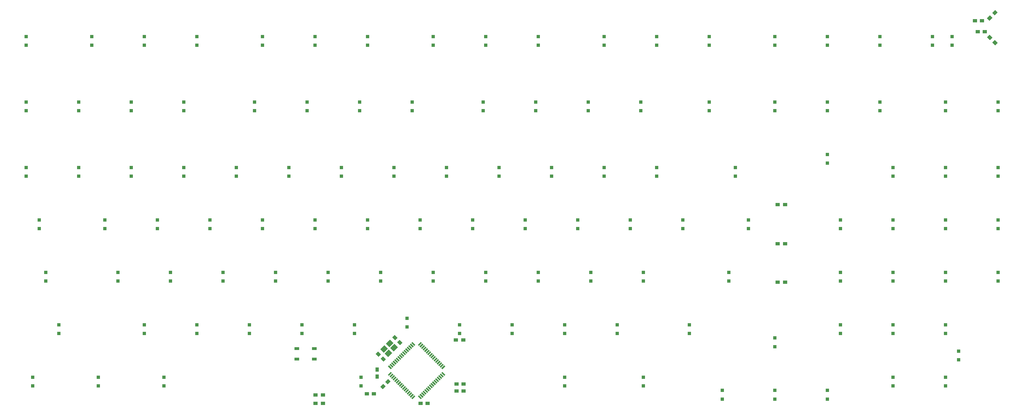
<source format=gbp>
G04 #@! TF.GenerationSoftware,KiCad,Pcbnew,(5.0.1)-4*
G04 #@! TF.CreationDate,2018-12-08T05:26:55-08:00*
G04 #@! TF.ProjectId,cbc1,636263312E6B696361645F7063620000,rev?*
G04 #@! TF.SameCoordinates,Original*
G04 #@! TF.FileFunction,Paste,Bot*
G04 #@! TF.FilePolarity,Positive*
%FSLAX46Y46*%
G04 Gerber Fmt 4.6, Leading zero omitted, Abs format (unit mm)*
G04 Created by KiCad (PCBNEW (5.0.1)-4) date 12/8/2018 5:26:55 AM*
%MOMM*%
%LPD*%
G01*
G04 APERTURE LIST*
%ADD10C,1.250000*%
%ADD11C,0.100000*%
%ADD12R,1.200000X1.200000*%
%ADD13R,1.500000X1.250000*%
%ADD14R,1.250000X1.500000*%
%ADD15C,1.300000*%
%ADD16R,1.500000X1.300000*%
%ADD17R,1.700000X1.000000*%
%ADD18C,0.550000*%
%ADD19C,1.800000*%
G04 APERTURE END LIST*
D10*
G04 #@! TO.C,C_UVCC1*
X167883883Y-158116117D03*
D11*
G36*
X167972271Y-157143845D02*
X168856155Y-158027729D01*
X167795495Y-159088389D01*
X166911611Y-158204505D01*
X167972271Y-157143845D01*
X167972271Y-157143845D01*
G37*
D10*
X166116117Y-159883883D03*
D11*
G36*
X166204505Y-158911611D02*
X167088389Y-159795495D01*
X166027729Y-160856155D01*
X165143845Y-159972271D01*
X166204505Y-158911611D01*
X166204505Y-158911611D01*
G37*
G04 #@! TD*
D12*
G04 #@! TO.C,D0:0*
X36668750Y-32712500D03*
X36668750Y-35862500D03*
G04 #@! TD*
G04 #@! TO.C,D0:1*
X60481250Y-32712500D03*
X60481250Y-35862500D03*
G04 #@! TD*
G04 #@! TO.C,D0:2*
X79531250Y-35862500D03*
X79531250Y-32712500D03*
G04 #@! TD*
G04 #@! TO.C,D0:3*
X98581250Y-32712500D03*
X98581250Y-35862500D03*
G04 #@! TD*
G04 #@! TO.C,D0:4*
X122393750Y-35862500D03*
X122393750Y-32712500D03*
G04 #@! TD*
G04 #@! TO.C,D0:5*
X141443750Y-32712500D03*
X141443750Y-35862500D03*
G04 #@! TD*
G04 #@! TO.C,D0:6*
X160493750Y-35862500D03*
X160493750Y-32712500D03*
G04 #@! TD*
G04 #@! TO.C,D0:7*
X184306250Y-32712500D03*
X184306250Y-35862500D03*
G04 #@! TD*
G04 #@! TO.C,D0:8*
X203356250Y-35862500D03*
X203356250Y-32712500D03*
G04 #@! TD*
G04 #@! TO.C,D0:9*
X222406250Y-32712500D03*
X222406250Y-35862500D03*
G04 #@! TD*
G04 #@! TO.C,D0:10*
X246218750Y-35862500D03*
X246218750Y-32712500D03*
G04 #@! TD*
G04 #@! TO.C,D0:11*
X265268750Y-32712500D03*
X265268750Y-35862500D03*
G04 #@! TD*
G04 #@! TO.C,D0:12*
X284318750Y-35862500D03*
X284318750Y-32712500D03*
G04 #@! TD*
G04 #@! TO.C,D0:13*
X308131250Y-32712500D03*
X308131250Y-35862500D03*
G04 #@! TD*
G04 #@! TO.C,D0:14*
X327181250Y-35862500D03*
X327181250Y-32712500D03*
G04 #@! TD*
G04 #@! TO.C,D0:15*
X346231250Y-35862500D03*
X346231250Y-32712500D03*
G04 #@! TD*
G04 #@! TO.C,D0:16*
X365281250Y-32712500D03*
X365281250Y-35862500D03*
G04 #@! TD*
G04 #@! TO.C,D0:17*
X372425000Y-32712500D03*
X372425000Y-35862500D03*
G04 #@! TD*
G04 #@! TO.C,D1:0*
X36668750Y-56525000D03*
X36668750Y-59675000D03*
G04 #@! TD*
G04 #@! TO.C,D1:1*
X55718750Y-59675000D03*
X55718750Y-56525000D03*
G04 #@! TD*
G04 #@! TO.C,D1:2*
X74768750Y-56525000D03*
X74768750Y-59675000D03*
G04 #@! TD*
G04 #@! TO.C,D1:3*
X93818750Y-59675000D03*
X93818750Y-56525000D03*
G04 #@! TD*
G04 #@! TO.C,D1:4*
X119536250Y-56525000D03*
X119536250Y-59675000D03*
G04 #@! TD*
G04 #@! TO.C,D1:5*
X138586250Y-59675000D03*
X138586250Y-56525000D03*
G04 #@! TD*
G04 #@! TO.C,D1:6*
X157636250Y-56525000D03*
X157636250Y-59675000D03*
G04 #@! TD*
G04 #@! TO.C,D1:7*
X176686250Y-59675000D03*
X176686250Y-56525000D03*
G04 #@! TD*
G04 #@! TO.C,D1:8*
X202403750Y-56525000D03*
X202403750Y-59675000D03*
G04 #@! TD*
G04 #@! TO.C,D1:9*
X221453750Y-59675000D03*
X221453750Y-56525000D03*
G04 #@! TD*
G04 #@! TO.C,D1:10*
X240503750Y-56525000D03*
X240503750Y-59675000D03*
G04 #@! TD*
G04 #@! TO.C,D1:11*
X259553750Y-59675000D03*
X259553750Y-56525000D03*
G04 #@! TD*
G04 #@! TO.C,D1:12*
X284318750Y-56525000D03*
X284318750Y-59675000D03*
G04 #@! TD*
G04 #@! TO.C,D1:13*
X308131250Y-59675000D03*
X308131250Y-56525000D03*
G04 #@! TD*
G04 #@! TO.C,D1:14*
X327181250Y-56525000D03*
X327181250Y-59675000D03*
G04 #@! TD*
G04 #@! TO.C,D1:15*
X346231250Y-59675000D03*
X346231250Y-56525000D03*
G04 #@! TD*
G04 #@! TO.C,D1:16*
X370043750Y-56525000D03*
X370043750Y-59675000D03*
G04 #@! TD*
G04 #@! TO.C,D1:17*
X389093750Y-59675000D03*
X389093750Y-56525000D03*
G04 #@! TD*
G04 #@! TO.C,D2:0*
X36668750Y-83487500D03*
X36668750Y-80337500D03*
G04 #@! TD*
G04 #@! TO.C,D2:1*
X55718750Y-83487500D03*
X55718750Y-80337500D03*
G04 #@! TD*
G04 #@! TO.C,D2:2*
X74768750Y-80337500D03*
X74768750Y-83487500D03*
G04 #@! TD*
G04 #@! TO.C,D2:3*
X93818750Y-83487500D03*
X93818750Y-80337500D03*
G04 #@! TD*
G04 #@! TO.C,D2:4*
X112868750Y-80337500D03*
X112868750Y-83487500D03*
G04 #@! TD*
G04 #@! TO.C,D2:5*
X131918750Y-83487500D03*
X131918750Y-80337500D03*
G04 #@! TD*
G04 #@! TO.C,D2:6*
X150968750Y-80337500D03*
X150968750Y-83487500D03*
G04 #@! TD*
G04 #@! TO.C,D2:7*
X170018750Y-83487500D03*
X170018750Y-80337500D03*
G04 #@! TD*
G04 #@! TO.C,D2:8*
X189068750Y-80337500D03*
X189068750Y-83487500D03*
G04 #@! TD*
G04 #@! TO.C,D2:9*
X208118750Y-83487500D03*
X208118750Y-80337500D03*
G04 #@! TD*
G04 #@! TO.C,D2:10*
X227168750Y-80337500D03*
X227168750Y-83487500D03*
G04 #@! TD*
G04 #@! TO.C,D2:11*
X246218750Y-83487500D03*
X246218750Y-80337500D03*
G04 #@! TD*
G04 #@! TO.C,D2:12*
X265268750Y-80337500D03*
X265268750Y-83487500D03*
G04 #@! TD*
G04 #@! TO.C,D2:13*
X293843750Y-83487500D03*
X293843750Y-80337500D03*
G04 #@! TD*
G04 #@! TO.C,D2:14*
X327181250Y-75575000D03*
X327181250Y-78725000D03*
G04 #@! TD*
G04 #@! TO.C,D2:15*
X350993750Y-83487500D03*
X350993750Y-80337500D03*
G04 #@! TD*
G04 #@! TO.C,D2:16*
X370043750Y-80337500D03*
X370043750Y-83487500D03*
G04 #@! TD*
G04 #@! TO.C,D2:17*
X389093750Y-83487500D03*
X389093750Y-80337500D03*
G04 #@! TD*
G04 #@! TO.C,D3:0*
X41431250Y-99387500D03*
X41431250Y-102537500D03*
G04 #@! TD*
G04 #@! TO.C,D3:1*
X65243750Y-99387500D03*
X65243750Y-102537500D03*
G04 #@! TD*
G04 #@! TO.C,D3:2*
X84293750Y-99387500D03*
X84293750Y-102537500D03*
G04 #@! TD*
G04 #@! TO.C,D3:3*
X103343750Y-102537500D03*
X103343750Y-99387500D03*
G04 #@! TD*
G04 #@! TO.C,D3:4*
X122393750Y-99387500D03*
X122393750Y-102537500D03*
G04 #@! TD*
G04 #@! TO.C,D3:5*
X141443750Y-102537500D03*
X141443750Y-99387500D03*
G04 #@! TD*
G04 #@! TO.C,D3:6*
X160493750Y-99387500D03*
X160493750Y-102537500D03*
G04 #@! TD*
G04 #@! TO.C,D3:7*
X179543750Y-102537500D03*
X179543750Y-99387500D03*
G04 #@! TD*
G04 #@! TO.C,D3:8*
X198593750Y-99387500D03*
X198593750Y-102537500D03*
G04 #@! TD*
G04 #@! TO.C,D3:9*
X217643750Y-102537500D03*
X217643750Y-99387500D03*
G04 #@! TD*
G04 #@! TO.C,D3:10*
X236693750Y-99387500D03*
X236693750Y-102537500D03*
G04 #@! TD*
G04 #@! TO.C,D3:11*
X255743750Y-102537500D03*
X255743750Y-99387500D03*
G04 #@! TD*
G04 #@! TO.C,D3:12*
X274793750Y-99387500D03*
X274793750Y-102537500D03*
G04 #@! TD*
G04 #@! TO.C,D3:13*
X298606484Y-102537568D03*
X298606484Y-99387568D03*
G04 #@! TD*
G04 #@! TO.C,D3:14*
X331943750Y-99387500D03*
X331943750Y-102537500D03*
G04 #@! TD*
G04 #@! TO.C,D3:15*
X350993750Y-102537500D03*
X350993750Y-99387500D03*
G04 #@! TD*
G04 #@! TO.C,D3:16*
X370043750Y-99387500D03*
X370043750Y-102537500D03*
G04 #@! TD*
G04 #@! TO.C,D3:17*
X389093750Y-102537500D03*
X389093750Y-99387500D03*
G04 #@! TD*
G04 #@! TO.C,D4:0*
X43812500Y-118437500D03*
X43812500Y-121587500D03*
G04 #@! TD*
G04 #@! TO.C,D4:1*
X70006250Y-118437500D03*
X70006250Y-121587500D03*
G04 #@! TD*
G04 #@! TO.C,D4:2*
X89056250Y-121587500D03*
X89056250Y-118437500D03*
G04 #@! TD*
G04 #@! TO.C,D4:3*
X108106250Y-118437500D03*
X108106250Y-121587500D03*
G04 #@! TD*
G04 #@! TO.C,D4:4*
X127156250Y-118437500D03*
X127156250Y-121587500D03*
G04 #@! TD*
G04 #@! TO.C,D4:5*
X146206250Y-118437500D03*
X146206250Y-121587500D03*
G04 #@! TD*
G04 #@! TO.C,D4:6*
X165256250Y-121587500D03*
X165256250Y-118437500D03*
G04 #@! TD*
G04 #@! TO.C,D4:7*
X184306250Y-118437500D03*
X184306250Y-121587500D03*
G04 #@! TD*
G04 #@! TO.C,D4:8*
X203356250Y-118437500D03*
X203356250Y-121587500D03*
G04 #@! TD*
G04 #@! TO.C,D4:9*
X222406250Y-121587500D03*
X222406250Y-118437500D03*
G04 #@! TD*
G04 #@! TO.C,D4:10*
X241456250Y-118437500D03*
X241456250Y-121587500D03*
G04 #@! TD*
G04 #@! TO.C,D4:11*
X260506250Y-118437500D03*
X260506250Y-121587500D03*
G04 #@! TD*
G04 #@! TO.C,D4:12*
X291462500Y-118437500D03*
X291462500Y-121587500D03*
G04 #@! TD*
G04 #@! TO.C,D4:14*
X331943750Y-118437500D03*
X331943750Y-121587500D03*
G04 #@! TD*
G04 #@! TO.C,D4:15*
X350993750Y-118437500D03*
X350993750Y-121587500D03*
G04 #@! TD*
G04 #@! TO.C,D4:16*
X370043750Y-118437500D03*
X370043750Y-121587500D03*
G04 #@! TD*
G04 #@! TO.C,D4:17*
X389093750Y-118437500D03*
X389093750Y-121587500D03*
G04 #@! TD*
G04 #@! TO.C,D5:0*
X48575000Y-137487500D03*
X48575000Y-140637500D03*
G04 #@! TD*
G04 #@! TO.C,D5:1*
X79531250Y-140637500D03*
X79531250Y-137487500D03*
G04 #@! TD*
G04 #@! TO.C,D5:2*
X98581250Y-140637500D03*
X98581250Y-137487500D03*
G04 #@! TD*
G04 #@! TO.C,D5:3*
X117631250Y-140637500D03*
X117631250Y-137487500D03*
G04 #@! TD*
G04 #@! TO.C,D5:4*
X136681250Y-140637500D03*
X136681250Y-137487500D03*
G04 #@! TD*
G04 #@! TO.C,D5:5*
X155731250Y-140637500D03*
X155731250Y-137487500D03*
G04 #@! TD*
G04 #@! TO.C,D5:6*
X174781250Y-138256250D03*
X174781250Y-135106250D03*
G04 #@! TD*
G04 #@! TO.C,D5:7*
X193831250Y-140637500D03*
X193831250Y-137487500D03*
G04 #@! TD*
G04 #@! TO.C,D5:8*
X212881250Y-137487500D03*
X212881250Y-140637500D03*
G04 #@! TD*
G04 #@! TO.C,D5:9*
X231931250Y-137487500D03*
X231931250Y-140637500D03*
G04 #@! TD*
G04 #@! TO.C,D5:10*
X250981250Y-137487500D03*
X250981250Y-140637500D03*
G04 #@! TD*
G04 #@! TO.C,D5:11*
X277175000Y-137487500D03*
X277175000Y-140637500D03*
G04 #@! TD*
G04 #@! TO.C,D5:13*
X308131250Y-142250000D03*
X308131250Y-145400000D03*
G04 #@! TD*
G04 #@! TO.C,D5:14*
X331943750Y-140637500D03*
X331943750Y-137487500D03*
G04 #@! TD*
G04 #@! TO.C,D5:15*
X350993750Y-140637500D03*
X350993750Y-137487500D03*
G04 #@! TD*
G04 #@! TO.C,D5:16*
X370043750Y-140637500D03*
X370043750Y-137487500D03*
G04 #@! TD*
G04 #@! TO.C,D5:17*
X374806250Y-150162500D03*
X374806250Y-147012500D03*
G04 #@! TD*
G04 #@! TO.C,D6:0*
X39050000Y-159687500D03*
X39050000Y-156537500D03*
G04 #@! TD*
G04 #@! TO.C,D6:1*
X62862500Y-159687500D03*
X62862500Y-156537500D03*
G04 #@! TD*
G04 #@! TO.C,D6:2*
X86675000Y-159687500D03*
X86675000Y-156537500D03*
G04 #@! TD*
G04 #@! TO.C,D6:5*
X158112500Y-159687500D03*
X158112500Y-156537500D03*
G04 #@! TD*
G04 #@! TO.C,D6:9*
X231931250Y-159687500D03*
X231931250Y-156537500D03*
G04 #@! TD*
G04 #@! TO.C,D6:10*
X260506250Y-159687500D03*
X260506250Y-156537500D03*
G04 #@! TD*
G04 #@! TO.C,D6:12*
X289081250Y-164450000D03*
X289081250Y-161300000D03*
G04 #@! TD*
G04 #@! TO.C,D6:13*
X308131250Y-164450000D03*
X308131250Y-161300000D03*
G04 #@! TD*
G04 #@! TO.C,D6:14*
X327181250Y-161300000D03*
X327181250Y-164450000D03*
G04 #@! TD*
G04 #@! TO.C,D6:15*
X350993750Y-159687500D03*
X350993750Y-156537500D03*
G04 #@! TD*
G04 #@! TO.C,D6:16*
X370043750Y-156537500D03*
X370043750Y-159687500D03*
G04 #@! TD*
D13*
G04 #@! TO.C,C_AVCC1*
X182250000Y-166000000D03*
X179750000Y-166000000D03*
G04 #@! TD*
G04 #@! TO.C,C_ENC1*
X381750000Y-31000000D03*
X384250000Y-31000000D03*
G04 #@! TD*
G04 #@! TO.C,C_ENC2*
X380750000Y-27000000D03*
X383250000Y-27000000D03*
G04 #@! TD*
G04 #@! TO.C,C_REF1*
X192750000Y-161500000D03*
X195250000Y-161500000D03*
G04 #@! TD*
G04 #@! TO.C,C_UCAP1*
X160250000Y-162500000D03*
X162750000Y-162500000D03*
G04 #@! TD*
D14*
G04 #@! TO.C,C_VCC1*
X164000000Y-153750000D03*
X164000000Y-156250000D03*
G04 #@! TD*
D13*
G04 #@! TO.C,C_VCC2*
X195250000Y-159000000D03*
X192750000Y-159000000D03*
G04 #@! TD*
D10*
G04 #@! TO.C,C_XTAL1*
X172183146Y-143879519D03*
D11*
G36*
X173155418Y-143967907D02*
X172271534Y-144851791D01*
X171210874Y-143791131D01*
X172094758Y-142907247D01*
X173155418Y-143967907D01*
X173155418Y-143967907D01*
G37*
D10*
X170415380Y-142111753D03*
D11*
G36*
X171387652Y-142200141D02*
X170503768Y-143084025D01*
X169443108Y-142023365D01*
X170326992Y-141139481D01*
X171387652Y-142200141D01*
X171387652Y-142200141D01*
G37*
G04 #@! TD*
D10*
G04 #@! TO.C,C_XTAL2*
X166183146Y-149879519D03*
D11*
G36*
X165210874Y-149791131D02*
X166094758Y-148907247D01*
X167155418Y-149967907D01*
X166271534Y-150851791D01*
X165210874Y-149791131D01*
X165210874Y-149791131D01*
G37*
D10*
X164415380Y-148111753D03*
D11*
G36*
X163443108Y-148023365D02*
X164326992Y-147139481D01*
X165387652Y-148200141D01*
X164503768Y-149084025D01*
X163443108Y-148023365D01*
X163443108Y-148023365D01*
G37*
G04 #@! TD*
D15*
G04 #@! TO.C,R_ENC1*
X387954594Y-34954594D03*
D11*
G36*
X386964645Y-34883883D02*
X387883883Y-33964645D01*
X388944543Y-35025305D01*
X388025305Y-35944543D01*
X386964645Y-34883883D01*
X386964645Y-34883883D01*
G37*
D15*
X386045406Y-33045406D03*
D11*
G36*
X385055457Y-32974695D02*
X385974695Y-32055457D01*
X387035355Y-33116117D01*
X386116117Y-34035355D01*
X385055457Y-32974695D01*
X385055457Y-32974695D01*
G37*
G04 #@! TD*
D15*
G04 #@! TO.C,R_ENC2*
X386045406Y-25954594D03*
D11*
G36*
X385974695Y-26944543D02*
X385055457Y-26025305D01*
X386116117Y-24964645D01*
X387035355Y-25883883D01*
X385974695Y-26944543D01*
X385974695Y-26944543D01*
G37*
D15*
X387954594Y-24045406D03*
D11*
G36*
X387883883Y-25035355D02*
X386964645Y-24116117D01*
X388025305Y-23055457D01*
X388944543Y-23974695D01*
X387883883Y-25035355D01*
X387883883Y-25035355D01*
G37*
G04 #@! TD*
D16*
G04 #@! TO.C,R_HWB1*
X195200000Y-143000000D03*
X192500000Y-143000000D03*
G04 #@! TD*
G04 #@! TO.C,R_LED1*
X311862500Y-93818750D03*
X309162500Y-93818750D03*
G04 #@! TD*
G04 #@! TO.C,R_LED2*
X309162500Y-108000000D03*
X311862500Y-108000000D03*
G04 #@! TD*
G04 #@! TO.C,R_LED3*
X311862500Y-122000000D03*
X309162500Y-122000000D03*
G04 #@! TD*
G04 #@! TO.C,R_USB1*
X144350000Y-163000000D03*
X141650000Y-163000000D03*
G04 #@! TD*
G04 #@! TO.C,R_USB2*
X141650000Y-166000000D03*
X144350000Y-166000000D03*
G04 #@! TD*
D17*
G04 #@! TO.C,SW_RST1*
X134850000Y-149900000D03*
X141150000Y-149900000D03*
X134850000Y-146100000D03*
X141150000Y-146100000D03*
G04 #@! TD*
D18*
G04 #@! TO.C,U1*
X179480387Y-163775733D03*
D11*
G36*
X178755603Y-163439857D02*
X179144511Y-163050949D01*
X180205171Y-164111609D01*
X179816263Y-164500517D01*
X178755603Y-163439857D01*
X178755603Y-163439857D01*
G37*
D18*
X180046072Y-163210047D03*
D11*
G36*
X179321288Y-162874171D02*
X179710196Y-162485263D01*
X180770856Y-163545923D01*
X180381948Y-163934831D01*
X179321288Y-162874171D01*
X179321288Y-162874171D01*
G37*
D18*
X180611757Y-162644362D03*
D11*
G36*
X179886973Y-162308486D02*
X180275881Y-161919578D01*
X181336541Y-162980238D01*
X180947633Y-163369146D01*
X179886973Y-162308486D01*
X179886973Y-162308486D01*
G37*
D18*
X181177443Y-162078677D03*
D11*
G36*
X180452659Y-161742801D02*
X180841567Y-161353893D01*
X181902227Y-162414553D01*
X181513319Y-162803461D01*
X180452659Y-161742801D01*
X180452659Y-161742801D01*
G37*
D18*
X181743128Y-161512991D03*
D11*
G36*
X181018344Y-161177115D02*
X181407252Y-160788207D01*
X182467912Y-161848867D01*
X182079004Y-162237775D01*
X181018344Y-161177115D01*
X181018344Y-161177115D01*
G37*
D18*
X182308814Y-160947306D03*
D11*
G36*
X181584030Y-160611430D02*
X181972938Y-160222522D01*
X183033598Y-161283182D01*
X182644690Y-161672090D01*
X181584030Y-160611430D01*
X181584030Y-160611430D01*
G37*
D18*
X182874499Y-160381620D03*
D11*
G36*
X182149715Y-160045744D02*
X182538623Y-159656836D01*
X183599283Y-160717496D01*
X183210375Y-161106404D01*
X182149715Y-160045744D01*
X182149715Y-160045744D01*
G37*
D18*
X183440185Y-159815935D03*
D11*
G36*
X182715401Y-159480059D02*
X183104309Y-159091151D01*
X184164969Y-160151811D01*
X183776061Y-160540719D01*
X182715401Y-159480059D01*
X182715401Y-159480059D01*
G37*
D18*
X184005870Y-159250250D03*
D11*
G36*
X183281086Y-158914374D02*
X183669994Y-158525466D01*
X184730654Y-159586126D01*
X184341746Y-159975034D01*
X183281086Y-158914374D01*
X183281086Y-158914374D01*
G37*
D18*
X184571555Y-158684564D03*
D11*
G36*
X183846771Y-158348688D02*
X184235679Y-157959780D01*
X185296339Y-159020440D01*
X184907431Y-159409348D01*
X183846771Y-158348688D01*
X183846771Y-158348688D01*
G37*
D18*
X185137241Y-158118879D03*
D11*
G36*
X184412457Y-157783003D02*
X184801365Y-157394095D01*
X185862025Y-158454755D01*
X185473117Y-158843663D01*
X184412457Y-157783003D01*
X184412457Y-157783003D01*
G37*
D18*
X185702926Y-157553193D03*
D11*
G36*
X184978142Y-157217317D02*
X185367050Y-156828409D01*
X186427710Y-157889069D01*
X186038802Y-158277977D01*
X184978142Y-157217317D01*
X184978142Y-157217317D01*
G37*
D18*
X186268612Y-156987508D03*
D11*
G36*
X185543828Y-156651632D02*
X185932736Y-156262724D01*
X186993396Y-157323384D01*
X186604488Y-157712292D01*
X185543828Y-156651632D01*
X185543828Y-156651632D01*
G37*
D18*
X186834297Y-156421822D03*
D11*
G36*
X186109513Y-156085946D02*
X186498421Y-155697038D01*
X187559081Y-156757698D01*
X187170173Y-157146606D01*
X186109513Y-156085946D01*
X186109513Y-156085946D01*
G37*
D18*
X187399982Y-155856137D03*
D11*
G36*
X186675198Y-155520261D02*
X187064106Y-155131353D01*
X188124766Y-156192013D01*
X187735858Y-156580921D01*
X186675198Y-155520261D01*
X186675198Y-155520261D01*
G37*
D18*
X187965668Y-155290452D03*
D11*
G36*
X187240884Y-154954576D02*
X187629792Y-154565668D01*
X188690452Y-155626328D01*
X188301544Y-156015236D01*
X187240884Y-154954576D01*
X187240884Y-154954576D01*
G37*
D18*
X187965668Y-152886288D03*
D11*
G36*
X187629792Y-153611072D02*
X187240884Y-153222164D01*
X188301544Y-152161504D01*
X188690452Y-152550412D01*
X187629792Y-153611072D01*
X187629792Y-153611072D01*
G37*
D18*
X187399982Y-152320603D03*
D11*
G36*
X187064106Y-153045387D02*
X186675198Y-152656479D01*
X187735858Y-151595819D01*
X188124766Y-151984727D01*
X187064106Y-153045387D01*
X187064106Y-153045387D01*
G37*
D18*
X186834297Y-151754918D03*
D11*
G36*
X186498421Y-152479702D02*
X186109513Y-152090794D01*
X187170173Y-151030134D01*
X187559081Y-151419042D01*
X186498421Y-152479702D01*
X186498421Y-152479702D01*
G37*
D18*
X186268612Y-151189232D03*
D11*
G36*
X185932736Y-151914016D02*
X185543828Y-151525108D01*
X186604488Y-150464448D01*
X186993396Y-150853356D01*
X185932736Y-151914016D01*
X185932736Y-151914016D01*
G37*
D18*
X185702926Y-150623547D03*
D11*
G36*
X185367050Y-151348331D02*
X184978142Y-150959423D01*
X186038802Y-149898763D01*
X186427710Y-150287671D01*
X185367050Y-151348331D01*
X185367050Y-151348331D01*
G37*
D18*
X185137241Y-150057861D03*
D11*
G36*
X184801365Y-150782645D02*
X184412457Y-150393737D01*
X185473117Y-149333077D01*
X185862025Y-149721985D01*
X184801365Y-150782645D01*
X184801365Y-150782645D01*
G37*
D18*
X184571555Y-149492176D03*
D11*
G36*
X184235679Y-150216960D02*
X183846771Y-149828052D01*
X184907431Y-148767392D01*
X185296339Y-149156300D01*
X184235679Y-150216960D01*
X184235679Y-150216960D01*
G37*
D18*
X184005870Y-148926490D03*
D11*
G36*
X183669994Y-149651274D02*
X183281086Y-149262366D01*
X184341746Y-148201706D01*
X184730654Y-148590614D01*
X183669994Y-149651274D01*
X183669994Y-149651274D01*
G37*
D18*
X183440185Y-148360805D03*
D11*
G36*
X183104309Y-149085589D02*
X182715401Y-148696681D01*
X183776061Y-147636021D01*
X184164969Y-148024929D01*
X183104309Y-149085589D01*
X183104309Y-149085589D01*
G37*
D18*
X182874499Y-147795120D03*
D11*
G36*
X182538623Y-148519904D02*
X182149715Y-148130996D01*
X183210375Y-147070336D01*
X183599283Y-147459244D01*
X182538623Y-148519904D01*
X182538623Y-148519904D01*
G37*
D18*
X182308814Y-147229434D03*
D11*
G36*
X181972938Y-147954218D02*
X181584030Y-147565310D01*
X182644690Y-146504650D01*
X183033598Y-146893558D01*
X181972938Y-147954218D01*
X181972938Y-147954218D01*
G37*
D18*
X181743128Y-146663749D03*
D11*
G36*
X181407252Y-147388533D02*
X181018344Y-146999625D01*
X182079004Y-145938965D01*
X182467912Y-146327873D01*
X181407252Y-147388533D01*
X181407252Y-147388533D01*
G37*
D18*
X181177443Y-146098063D03*
D11*
G36*
X180841567Y-146822847D02*
X180452659Y-146433939D01*
X181513319Y-145373279D01*
X181902227Y-145762187D01*
X180841567Y-146822847D01*
X180841567Y-146822847D01*
G37*
D18*
X180611757Y-145532378D03*
D11*
G36*
X180275881Y-146257162D02*
X179886973Y-145868254D01*
X180947633Y-144807594D01*
X181336541Y-145196502D01*
X180275881Y-146257162D01*
X180275881Y-146257162D01*
G37*
D18*
X180046072Y-144966693D03*
D11*
G36*
X179710196Y-145691477D02*
X179321288Y-145302569D01*
X180381948Y-144241909D01*
X180770856Y-144630817D01*
X179710196Y-145691477D01*
X179710196Y-145691477D01*
G37*
D18*
X179480387Y-144401007D03*
D11*
G36*
X179144511Y-145125791D02*
X178755603Y-144736883D01*
X179816263Y-143676223D01*
X180205171Y-144065131D01*
X179144511Y-145125791D01*
X179144511Y-145125791D01*
G37*
D18*
X177076223Y-144401007D03*
D11*
G36*
X176351439Y-144065131D02*
X176740347Y-143676223D01*
X177801007Y-144736883D01*
X177412099Y-145125791D01*
X176351439Y-144065131D01*
X176351439Y-144065131D01*
G37*
D18*
X176510538Y-144966693D03*
D11*
G36*
X175785754Y-144630817D02*
X176174662Y-144241909D01*
X177235322Y-145302569D01*
X176846414Y-145691477D01*
X175785754Y-144630817D01*
X175785754Y-144630817D01*
G37*
D18*
X175944853Y-145532378D03*
D11*
G36*
X175220069Y-145196502D02*
X175608977Y-144807594D01*
X176669637Y-145868254D01*
X176280729Y-146257162D01*
X175220069Y-145196502D01*
X175220069Y-145196502D01*
G37*
D18*
X175379167Y-146098063D03*
D11*
G36*
X174654383Y-145762187D02*
X175043291Y-145373279D01*
X176103951Y-146433939D01*
X175715043Y-146822847D01*
X174654383Y-145762187D01*
X174654383Y-145762187D01*
G37*
D18*
X174813482Y-146663749D03*
D11*
G36*
X174088698Y-146327873D02*
X174477606Y-145938965D01*
X175538266Y-146999625D01*
X175149358Y-147388533D01*
X174088698Y-146327873D01*
X174088698Y-146327873D01*
G37*
D18*
X174247796Y-147229434D03*
D11*
G36*
X173523012Y-146893558D02*
X173911920Y-146504650D01*
X174972580Y-147565310D01*
X174583672Y-147954218D01*
X173523012Y-146893558D01*
X173523012Y-146893558D01*
G37*
D18*
X173682111Y-147795120D03*
D11*
G36*
X172957327Y-147459244D02*
X173346235Y-147070336D01*
X174406895Y-148130996D01*
X174017987Y-148519904D01*
X172957327Y-147459244D01*
X172957327Y-147459244D01*
G37*
D18*
X173116425Y-148360805D03*
D11*
G36*
X172391641Y-148024929D02*
X172780549Y-147636021D01*
X173841209Y-148696681D01*
X173452301Y-149085589D01*
X172391641Y-148024929D01*
X172391641Y-148024929D01*
G37*
D18*
X172550740Y-148926490D03*
D11*
G36*
X171825956Y-148590614D02*
X172214864Y-148201706D01*
X173275524Y-149262366D01*
X172886616Y-149651274D01*
X171825956Y-148590614D01*
X171825956Y-148590614D01*
G37*
D18*
X171985055Y-149492176D03*
D11*
G36*
X171260271Y-149156300D02*
X171649179Y-148767392D01*
X172709839Y-149828052D01*
X172320931Y-150216960D01*
X171260271Y-149156300D01*
X171260271Y-149156300D01*
G37*
D18*
X171419369Y-150057861D03*
D11*
G36*
X170694585Y-149721985D02*
X171083493Y-149333077D01*
X172144153Y-150393737D01*
X171755245Y-150782645D01*
X170694585Y-149721985D01*
X170694585Y-149721985D01*
G37*
D18*
X170853684Y-150623547D03*
D11*
G36*
X170128900Y-150287671D02*
X170517808Y-149898763D01*
X171578468Y-150959423D01*
X171189560Y-151348331D01*
X170128900Y-150287671D01*
X170128900Y-150287671D01*
G37*
D18*
X170287998Y-151189232D03*
D11*
G36*
X169563214Y-150853356D02*
X169952122Y-150464448D01*
X171012782Y-151525108D01*
X170623874Y-151914016D01*
X169563214Y-150853356D01*
X169563214Y-150853356D01*
G37*
D18*
X169722313Y-151754918D03*
D11*
G36*
X168997529Y-151419042D02*
X169386437Y-151030134D01*
X170447097Y-152090794D01*
X170058189Y-152479702D01*
X168997529Y-151419042D01*
X168997529Y-151419042D01*
G37*
D18*
X169156628Y-152320603D03*
D11*
G36*
X168431844Y-151984727D02*
X168820752Y-151595819D01*
X169881412Y-152656479D01*
X169492504Y-153045387D01*
X168431844Y-151984727D01*
X168431844Y-151984727D01*
G37*
D18*
X168590942Y-152886288D03*
D11*
G36*
X167866158Y-152550412D02*
X168255066Y-152161504D01*
X169315726Y-153222164D01*
X168926818Y-153611072D01*
X167866158Y-152550412D01*
X167866158Y-152550412D01*
G37*
D18*
X168590942Y-155290452D03*
D11*
G36*
X168255066Y-156015236D02*
X167866158Y-155626328D01*
X168926818Y-154565668D01*
X169315726Y-154954576D01*
X168255066Y-156015236D01*
X168255066Y-156015236D01*
G37*
D18*
X169156628Y-155856137D03*
D11*
G36*
X168820752Y-156580921D02*
X168431844Y-156192013D01*
X169492504Y-155131353D01*
X169881412Y-155520261D01*
X168820752Y-156580921D01*
X168820752Y-156580921D01*
G37*
D18*
X169722313Y-156421822D03*
D11*
G36*
X169386437Y-157146606D02*
X168997529Y-156757698D01*
X170058189Y-155697038D01*
X170447097Y-156085946D01*
X169386437Y-157146606D01*
X169386437Y-157146606D01*
G37*
D18*
X170287998Y-156987508D03*
D11*
G36*
X169952122Y-157712292D02*
X169563214Y-157323384D01*
X170623874Y-156262724D01*
X171012782Y-156651632D01*
X169952122Y-157712292D01*
X169952122Y-157712292D01*
G37*
D18*
X170853684Y-157553193D03*
D11*
G36*
X170517808Y-158277977D02*
X170128900Y-157889069D01*
X171189560Y-156828409D01*
X171578468Y-157217317D01*
X170517808Y-158277977D01*
X170517808Y-158277977D01*
G37*
D18*
X171419369Y-158118879D03*
D11*
G36*
X171083493Y-158843663D02*
X170694585Y-158454755D01*
X171755245Y-157394095D01*
X172144153Y-157783003D01*
X171083493Y-158843663D01*
X171083493Y-158843663D01*
G37*
D18*
X171985055Y-158684564D03*
D11*
G36*
X171649179Y-159409348D02*
X171260271Y-159020440D01*
X172320931Y-157959780D01*
X172709839Y-158348688D01*
X171649179Y-159409348D01*
X171649179Y-159409348D01*
G37*
D18*
X172550740Y-159250250D03*
D11*
G36*
X172214864Y-159975034D02*
X171825956Y-159586126D01*
X172886616Y-158525466D01*
X173275524Y-158914374D01*
X172214864Y-159975034D01*
X172214864Y-159975034D01*
G37*
D18*
X173116425Y-159815935D03*
D11*
G36*
X172780549Y-160540719D02*
X172391641Y-160151811D01*
X173452301Y-159091151D01*
X173841209Y-159480059D01*
X172780549Y-160540719D01*
X172780549Y-160540719D01*
G37*
D18*
X173682111Y-160381620D03*
D11*
G36*
X173346235Y-161106404D02*
X172957327Y-160717496D01*
X174017987Y-159656836D01*
X174406895Y-160045744D01*
X173346235Y-161106404D01*
X173346235Y-161106404D01*
G37*
D18*
X174247796Y-160947306D03*
D11*
G36*
X173911920Y-161672090D02*
X173523012Y-161283182D01*
X174583672Y-160222522D01*
X174972580Y-160611430D01*
X173911920Y-161672090D01*
X173911920Y-161672090D01*
G37*
D18*
X174813482Y-161512991D03*
D11*
G36*
X174477606Y-162237775D02*
X174088698Y-161848867D01*
X175149358Y-160788207D01*
X175538266Y-161177115D01*
X174477606Y-162237775D01*
X174477606Y-162237775D01*
G37*
D18*
X175379167Y-162078677D03*
D11*
G36*
X175043291Y-162803461D02*
X174654383Y-162414553D01*
X175715043Y-161353893D01*
X176103951Y-161742801D01*
X175043291Y-162803461D01*
X175043291Y-162803461D01*
G37*
D18*
X175944853Y-162644362D03*
D11*
G36*
X175608977Y-163369146D02*
X175220069Y-162980238D01*
X176280729Y-161919578D01*
X176669637Y-162308486D01*
X175608977Y-163369146D01*
X175608977Y-163369146D01*
G37*
D18*
X176510538Y-163210047D03*
D11*
G36*
X176174662Y-163934831D02*
X175785754Y-163545923D01*
X176846414Y-162485263D01*
X177235322Y-162874171D01*
X176174662Y-163934831D01*
X176174662Y-163934831D01*
G37*
D18*
X177076223Y-163775733D03*
D11*
G36*
X176740347Y-164500517D02*
X176351439Y-164111609D01*
X177412099Y-163050949D01*
X177801007Y-163439857D01*
X176740347Y-164500517D01*
X176740347Y-164500517D01*
G37*
G04 #@! TD*
D19*
G04 #@! TO.C,X1*
X168546750Y-144192514D03*
D11*
G36*
X168652816Y-142813656D02*
X169925608Y-144086448D01*
X168440684Y-145571372D01*
X167167892Y-144298580D01*
X168652816Y-142813656D01*
X168652816Y-142813656D01*
G37*
D19*
X166496141Y-146243123D03*
D11*
G36*
X166602207Y-144864265D02*
X167874999Y-146137057D01*
X166390075Y-147621981D01*
X165117283Y-146349189D01*
X166602207Y-144864265D01*
X166602207Y-144864265D01*
G37*
D19*
X168051776Y-147798758D03*
D11*
G36*
X168157842Y-146419900D02*
X169430634Y-147692692D01*
X167945710Y-149177616D01*
X166672918Y-147904824D01*
X168157842Y-146419900D01*
X168157842Y-146419900D01*
G37*
D19*
X170102385Y-145748149D03*
D11*
G36*
X170208451Y-144369291D02*
X171481243Y-145642083D01*
X169996319Y-147127007D01*
X168723527Y-145854215D01*
X170208451Y-144369291D01*
X170208451Y-144369291D01*
G37*
G04 #@! TD*
M02*

</source>
